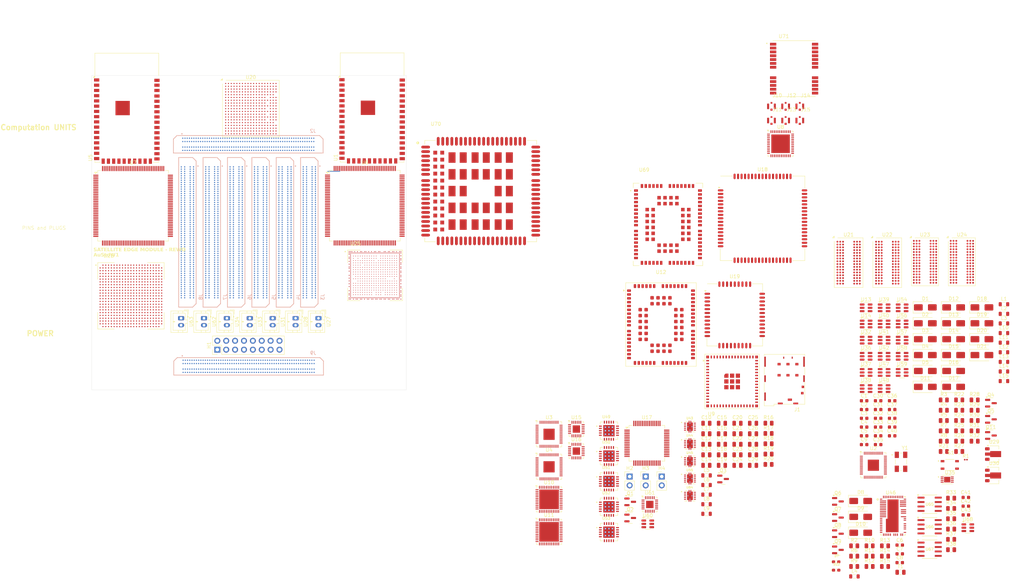
<source format=kicad_pcb>
(kicad_pcb (version 20241229) (generator "pcbnew") (generator_version "9.0")
  (layers (0 "F.Cu" signal) (4 "In1.Cu" signal) (6 "In2.Cu" signal) (8 "In3.Cu" signal) (10 "In4.Cu" signal) (2 "B.Cu" signal) (13 "F.Paste" user) (15 "B.Paste" user) (5 "F.SilkS" user "F.Silkscreen") (7 "B.SilkS" user "B.Silkscreen") (1 "F.Mask" user) (3 "B.Mask" user) (25 "Edge.Cuts" user))
  (net 0 "")
  (net 1 "12V")
  (net 2 "GNDPWR")
  (net 3 "GND")
  (net 4 "Net-(C3-Pad1)")
  (net 5 "3.7VRAW")
  (net 6 "6V")
  (net 7 "Net-(D8-K)")
  (net 8 "/Energy/SOLAR/SW2_LT")
  (net 9 "/Energy/SOLAR/BOOST2_LT")
  (net 10 "/Energy/SOLAR/BOOST1_LT")
  (net 11 "/Energy/SOLAR/SW1_LT")
  (net 12 "3.3V")
  (net 13 "Net-(U64-EN)")
  (net 14 "Net-(U43-EN)")
  (net 15 "Net-(U44-EN)")
  (net 16 "Net-(Q3-D)")
  (net 17 "Net-(U45-EN)")
  (net 18 "Net-(U55-EN)")
  (net 19 "Net-(D1-A)")
  (net 20 "/Energy/SOLAR/SOLAR_RAW")
  (net 21 "Net-(D2-A)")
  (net 22 "Net-(D3-A)")
  (net 23 "ControlLoading")
  (net 24 "Net-(D4-A)")
  (net 25 "Net-(D5-A)")
  (net 26 "SOLAR")
  (net 27 "/Energy/SOLAR/GATEVCC_LT8490")
  (net 28 "V_BAT")
  (net 29 "Net-(D11-K)")
  (net 30 "Net-(D12-K)")
  (net 31 "Net-(D12-A)")
  (net 32 "Net-(D13-K)")
  (net 33 "3.3VSTARTUP")
  (net 34 "2.5V")
  (net 35 "SOLAR_RAW")
  (net 36 "5V")
  (net 38 "Net-(Q1-D)")
  (net 39 "Net-(Q2-D)")
  (net 49 "Net-(U64-L1)")
  (net 50 "Net-(U64-L2)")
  (net 51 "Net-(U43-L1)")
  (net 52 "Net-(U43-L2)")
  (net 53 "Net-(U44-L1)")
  (net 54 "Net-(U44-L2)")
  (net 55 "Net-(U45-L2)")
  (net 56 "Net-(U45-L1)")
  (net 57 "Net-(U55-L1)")
  (net 58 "Net-(U55-L2)")
  (net 59 "Net-(U65-OUT)")
  (net 60 "Net-(U67-OUT)")
  (net 61 "FULL_PERFORMANCE")
  (net 62 "Net-(Q5-D)")
  (net 63 "Net-(Q6-D)")
  (net 64 "/Energy/SOLAR/TG1_LT")
  (net 65 "/Energy/SOLAR/BG1_LT")
  (net 66 "/Energy/SOLAR/CSP_LT")
  (net 67 "/Energy/SOLAR/CSPOUT_LT")
  (net 68 "/Energy/SOLAR/TG2_LT")
  (net 69 "/Energy/SOLAR/BG2_LT")
  (net 70 "Net-(U32-Vin+)")
  (net 71 "Net-(U47-FB)")
  (net 72 "Net-(U32-Vin-)")
  (net 73 "Net-(U46-TEMPSENSE)")
  (net 74 "/Energy/SOLAR/AVDD_LT8490")
  (net 75 "Net-(U54-FB)")
  (net 82 "Net-(U1-GND-Pad1)")
  (net 126 "Net-(U2-IOVDD-Pad1)")
  (net 131 "WIRE_ALIVE_MCU1")
  (net 136 "SCL_1_ADC_AKKU")
  (net 145 "SDA_1_ADC_AKKU")
  (net 156 "16MHz-XOUT")
  (net 157 "16MHz-XIN")
  (net 163 "Net-(U3-DVDD-Pad23)")
  (net 170 "Net-(U3-IOVDD-Pad1)")
  (net 212 "Net-(U4-IOVDD-Pad1)")
  (net 240 "Net-(U4-DVDD-Pad23)")
  (net 269 "Net-(U5-GND-Pad1)")
  (net 309 "Net-(U6-VSS-Pad107)")
  (net 333 "Net-(U6-VSSSMPS)")
  (net 343 "Net-(U6-VSSA)")
  (net 574 "Net-(U8-VDDA3P3-Pad3)")
  (net 594 "Net-(U8-VDDA-Pad1)")
  (net 616 "Net-(U9-GND-Pad1)")
  (net 660 "Net-(U10-PA0)")
  (net 687 "Net-(U10-PA1)")
  (net 753 "Net-(U12-GND-Pad100)")
  (net 768 "Net-(U12-VBAT_RF-Pad52)")
  (net 805 "Net-(U12-VBAT_BB-Pad32)")
  (net 879 "Net-(U17-VSS-Pad18)")
  (net 880 "Net-(U17-PB3)")
  (net 888 "/Utility/WATER_SDA")
  (net 890 "/Utility/WATER_SCL")
  (net 896 "Net-(U17-PB5)")
  (net 899 "/Utility/DATAM_TEMP_SDA")
  (net 901 "Net-(U17-PB9)")
  (net 906 "/Utility/DATAM_TEMP_SCL")
  (net 910 "Net-(U17-PB8)")
  (net 930 "WATER+")
  (net 931 "WATER-")
  (net 934 "Net-(U18-GND-Pad17)")
  (net 938 "Net-(U18-VBAT-Pad55)")
  (net 988 "Net-(U19-GND-Pad13)")
  (net 997 "Net-(U19-VBAT-Pad34)")
  (net 1018 "Net-(U20-VSS-PadA1)")
  (net 1019 "Net-(U20-VSS_DSI-PadC12)")
  (net 1030 "Net-(U20-VSSA-PadN4)")
  (net 1052 "Net-(U20-VSS_USBHS-PadU13)")
  (net 1223 "Net-(U21-V_{DDQ}-PadA1)")
  (net 1224 "Net-(U21-V_{SSQ}-PadA2)")
  (net 1231 "Net-(U21-V_{SS}-PadB2)")
  (net 1234 "Net-(U21-V_{DD}-PadB3)")
  (net 1247 "Net-(U21-V_{PP}-PadB1)")
  (net 1283 "Net-(U22-V_{DDQ}-PadA1)")
  (net 1289 "Net-(U22-V_{SSQ}-PadA2)")
  (net 1292 "Net-(U22-V_{SS}-PadB2)")
  (net 1298 "Net-(U22-V_{DD}-PadB3)")
  (net 1319 "Net-(U22-V_{PP}-PadB1)")
  (net 1343 "Net-(U23-V_{SS}-PadA9)")
  (net 1357 "Net-(U23-V_{SSQ}-PadB1)")
  (net 1360 "Net-(U23-V_{DD}-PadB2)")
  (net 1380 "Net-(U23-V_{DDQ}-PadA1)")
  (net 1405 "Net-(U24-V_{SS}-PadA9)")
  (net 1408 "Net-(U24-V_{SSQ}-PadB1)")
  (net 1433 "Net-(U24-V_{DD}-PadB2)")
  (net 1438 "Net-(U24-V_{DDQ}-PadA1)")
  (net 2029 "Net-(U26K-VSS2-PadF12)")
  (net 2032 "Net-(U26L-VSS8-PadR11)")
  (net 2034 "Net-(U26K-VSS3-PadK12)")
  (net 2042 "Net-(U26J-VDD_STBY-PadH12)")
  (net 2047 "Net-(U26L-VSS7-PadV10)")
  (net 2050 "Net-(U26K-VSS5-PadAB10)")
  (net 2056 "Net-(U26J-VDD2-PadM15)")
  (net 2059 "Net-(U26J-VDD_IO_DDR0_1-PadD4)")
  (net 2061 "Net-(U26K-VSS4-PadAC22)")
  (net 2062 "Net-(U26K-VSS6-PadAA11)")
  (net 2068 "Net-(U26J-VDD1-PadJ10)")
  (net 2069 "Net-(U26J-VDD_IO_B-PadH10)")
  (net 2074 "Net-(U26J-VDD_IO_PCIE0-PadT16)")
  (net 2077 "Net-(U26K-VSS1-PadA2)")
  (net 2078 "Net-(U26J-VDD_VP_PCIE1-PadT15)")
  (net 2086 "Net-(U26J-VDD_IO_AUR-PadT11)")
  (net 2088 "Net-(U26J-VDD_IO_A-PadT8)")
  (net 2092 "Net-(U26J-VDD_IO_PCIE1-PadT17)")
  (net 2103 "Net-(U26J-VDD_IO_GMAC1-PadP17)")
  (net 2114 "Net-(U26L-VSS_ADC-PadA18)")
  (net 2118 "Net-(U26L-VSS_FXOSC-PadA16)")
  (net 2206 "Net-(U26J-VDD_VP_PCIE0-PadT14)")
  (net 2413 "Net-(U66-OUT)")
  (net 2414 "-3.3V")
  (net 2415 "Net-(U68-EN)")
  (net 2455 "Net-(Q4-D)")
  (net 2456 "-3.7VRAW")
  (net 2464 "2V")
  (net 2465 "4.2V")
  (net 2466 "7.4V")
  (net 2467 "9V")
  (net 2468 "18V")
  (net 2469 "24V")
  (net 2470 "Net-(D16-A)")
  (net 2471 "Net-(D17-A)")
  (net 2472 "Net-(D18-A)")
  (net 2473 "Net-(D19-A)")
  (net 2474 "Net-(D20-A)")
  (net 2475 "Net-(D21-A)")
  (net 2476 "Net-(U13-FB)")
  (net 2477 "Net-(U14-FB)")
  (net 2478 "Net-(U48-FB)")
  (net 2479 "Net-(U57-FB)")
  (net 2480 "Net-(U58-FB)")
  (net 2481 "Net-(U59-FB)")
  (net 3377 "Net-(U46-FAULT)")
  (net 3378 "Net-(D22-PadC)")
  (net 4339 "Net-(D7-PadC)")
  (net 4374 "/Utility/THERMAL_LINE")
  (net 4375 "/Utility/COOLER_LINE")
  (net 4376 "Net-(U65--IN)")
  (net 4377 "-5V")
  (net 4378 "Net-(U66--IN)")
  (net 4379 "Net-(U67--IN)")
  (net 4446 "/Utility/DATA2_TEMP_SCL")
  (net 4447 "/Utility/DATA2_TEMP_SDA")
  (net 4451 "/Utility/DATA3_TEMP_SCL")
  (net 4456 "/Utility/DATA3_TEMP_SDA")
  (net 4460 "/Utility/DATA4_TEMP_SDA")
  (net 4467 "/Utility/DATA4_TEMP_SCL")
  (net 4472 "/Utility/DATA5_TEMP_SDA")
  (net 4483 "/Utility/DATA5_TEMP_SCL")
  (net 4485 "/Utility/DATA1_TEMP_SCL")
  (net 4494 "/Utility/DATA1_TEMP_SDA")
  (net 4506 "Net-(U69-RESERVED-Pad11)")
  (net 4514 "Net-(U69-VBAT_BB-Pad32)")
  (net 4516 "Net-(U69-VBAT_RF-Pad52)")
  (net 4561 "Net-(U70-RSVD-Pad113)")
  (net 4567 "Net-(U70-VBAT_BB-Pad59)")
  (net 4600 "Net-(U70-VBAT_RF-Pad57)")
  (net 4636 "Net-(U71-GND-Pad10)")
  (net 4658 "Net-(J10-Pad2)")
  (net 4659 "Net-(J11-Pad2)")
  (net 4661 "Net-(J12-Pad2)")
  (net 4663 "Net-(J13-Pad2)")
  (net 4665 "Net-(J14-Pad2)")
  (net 4667 "Net-(J15-Pad2)")
  (footprint "Connector_JAE:JAE_SIM_Card_SF72S006" (layer "F.Cu") (at 279.6475 135.11)
    (property "Reference" "J1")
    (property "Value" "JAE_SIM_Card_SF72S006")
  )
  (footprint "Package_DFN_QFN:QFN-48-1EP_7x7mm_P0.5mm_EP5.3x5.3mm" (layer "F.Cu") (at 277.5275 69.55)
    (property "Reference" "U8")
    (property "Value" "ESP32-PICO-V3")
  )
  (footprint "Capacitor_SMD:C_0805_2012Metric" (layer "F.Cu") (at 265.2075 149.58)
    (property "Reference" "C20")
    (property "Value" "10 muF")
  )
  (footprint "NEO-M9N-00B:XCVR_NEO-M9N-00B" (layer "F.Cu") (at 281.4025 48.05)
    (property "Reference" "U71")
    (property "Value" "NEO-M9N-00B")
  )
  (footprint "Capacitor_SMD:C_0805_2012Metric" (layer "F.Cu") (at 269.6575 158.61)
    (property "Reference" "C28")
    (property "Value" "10 muF")
  )
  (footprint "Package_DFN_QFN:Texas_RGE0024C_VQFN-24-1EP_4x4mm_P0.5mm_EP2.1x2.1mm" (layer "F.Cu") (at 219.1175 157.54)
    (property "Reference" "U16")
    (property "Value" "TCA9548AMRGER")
  )
  (footprint "CONMHF4-SMD-G-T:TE_CONMHF4-SMD-G-T" (layer "F.Cu") (at 283.0275 58.85)
    (property "Reference" "J14")
    (property "Value" "CONMHF4-SMD-G-T")
  )
  (footprint "Diode_SMD:D_SMA" (layer "F.Cu") (at 327.0375 139.15)
    (property "Reference" "D17")
    (property "Value" "SS14")
  )
  (footprint "Inductor_SMD:L_0805_2012Metric" (layer "F.Cu") (at 298.6575 193.42)
    (property "Reference" "L4")
    (property "Value" "15-22 µH 10A+")
  )
  (footprint "Resistor_SMD:R_0805_2012Metric" (layer "F.Cu") (at 326.3175 176.92)
    (property "Reference" "R35")
    (property "Value" "0805 Resistor 10k")
  )
  (footprint "Diode_SMD:D_SMA" (layer "F.Cu") (at 327.0375 120.95)
    (property "Reference" "D13")
    (property "Value" "SS14")
  )
  (footprint "Capacitor_SMD:C_0603_1608Metric" (layer "F.Cu") (at 301.4275 155.68)
    (property "Reference" "C9")
    (property "Value" "10 µF - 22µF")
  )
  (footprint "Package_TO_SOT_SMD:SOT-23-6" (layer "F.Cu") (at 312.2975 116.525)
    (property "Reference" "U54")
    (property "Value" "MT3608")
  )
  (footprint "Package_DFN_QFN:QFN-56-1EP_7x7mm_P0.4mm_EP3.2x3.2mm" (layer "F.Cu") (at 211.3075 162.04)
    (property "Reference" "U4")
    (property "Value" "RP2040")
  )
  (footprint "MCP9600-E_MX:QFN65P500X500X100-21N_MCP9600-E_MX" (layer "F.Cu") (at 228.4325 158.965)
    (property "Reference" "U50")
    (property "Value" "MCP9600-E_MX")
  )
  (footprint "Package_QFP:LQFP-144_20x20mm_P0.5mm" (layer "F.Cu") (at 158.59926 87.286466)
    (property "Reference" "U6")
    (property "Value" "STM32U5A9ZJTxQ")
  )
  (footprint "Diode_SMD:D_SMA" (layer "F.Cu") (at 300.4525 171.82)
    (property "Reference" "D8")
    (property "Value" "SS14")
  )
  (footprint "Package_TO_SOT_SMD:SOT-23" (layer "F.Cu") (at 234.5175 172.065)
    (property "Reference" "Q1")
    (property "Value" "AO3400A")
  )
  (footprint "Connector_PinHeader_2.54mm:PinHeader_1x02_P2.54mm_Vertical" (layer "F.Cu") (at 238.9475 164.82)
    (property "Reference" "H3")
    (property "Value" "Cooler")
  )
  (footprint "Resistor_SMD:R_0805_2012Metric" (layer "F.Cu") (at 333.0375 142.9)
    (property "Reference" "R28")
    (property "Value" "0805 Resistor 10 k")
  )
  (footprint "Diode_SMD:D_SMA" (layer "F.Cu") (at 300.4525 180.92)
    (property "Reference" "D10")
    (property "Value" "SS14")
  )
  (footprint "Capacitor_SMD:C_0603_1608Metric" (layer "F.Cu") (at 309.4475 150.66)
    (property "Reference" "C39")
    (property "Value" "10 µF - 22µF")
  )
  (footprint "Resistor_SMD:R_0805_2012Metric" (layer "F.Cu") (at 328.6275 157.65)
    (property "Reference" "R27")
    (property "Value" "0805 Resistor 140k")
  )
  (footprint "Diode_SMD:D_SMA" (layer "F.Cu") (at 318.9425 134.6)
    (property "Reference" "D5")
    (property "Value" "SS14")
  )
  (footprint "Package_TO_SOT_SMD:SOT-23-6" (layer "F.Cu") (at 312.2975 130.4)
    (property "Reference" "U58")
    (property "Value" "MT3608")
  )
  (footprint "Resistor_SMD:R_0805_2012Metric" (layer "F.Cu") (at 328.6275 142.9)
    (property "Reference" "R22")
    (property "Value" "0805 Resistor 10 k")
  )
  (footprint "Connector_JST:JST_PH_B2B-PH-K_1x02_P2.00mm_Vertical" (layer "F.Cu") (at 138.8 119.5 -90)
    (property "Reference" "U28")
    (property "Value" "3,7V")
  )
  (footprint "Package_TO_SOT_SMD:SOT-23-6" (layer "F.Cu") (at 307.1475 139.65)
    (property "Reference" "U48")
    (property "Value" "MT3608")
  )
  (footprint "Capacitor_SMD:C_0603_1608Metric" (layer "F.Cu") (at 311.6175 186.96)
    (property "Reference" "C7")
    (property "Value" "22-47 µF, 50V")
  )
  (footprint "S32G274AABK0VUCT:IC_S32G274AABK0VUCT" (layer "F.Cu") (at 91.7 113.1)
    (property "Reference" "U26")
    (property "Value" "S32G274AABK0VUCT")
  )
  (footprint "Capacitor_SMD:C_0603_1608Metric" (layer "F.Cu") (at 330.5275 170.8)
    (property "Reference" "C41")
    (property "Value" "15 µF")
  )
  (footprint "Package_TO_SOT_SMD:SOT-23" (layer "F.Cu") (at 293.9275 171.945)
    (property "Reference" "Q6")
    (property "Value" "AO3400A")
  )
  (footprint "Package_TO_SOT_SMD:SOT-89-3" (layer "F.Cu") (at 338.6175 164.52)
    (property "Reference" "U30")
    (property "Value" "MCP1700T-2502E/MB")
  )
  (footprint "Resistor_SMD:R_0805_2012Metric" (layer "F.Cu") (at 324.2175 154.7)
    (property "Reference" "R8")
    (property "Value" "0805 Resistor 10 k")
  )
  (footprint "Package_TO_SOT_SMD:SOT-23-6" (layer "F.Cu") (at 301.9975 139.65)
    (property "Reference" "U38")
    (property "Value" "MCP1640C-50I/CHY")
  )
  (footprint "Resistor_SMD:R_0805_2012Metric" (layer "F.Cu") (at 324.2175 145.85)
    (property "Reference" "R4")
    (property "Value" "0805 Resistor 10 k")
  )
  (footprint "Package_TO_SOT_SMD:SOT-23-6" (layer "F.Cu") (at 307.1475 116.525)
    (property "Reference" "U39")
    (property "Value" "MCP1640C-50I/CHY")
  )
  (footprint "CONMHF4-SMD-G-T:TE_CONMHF4-SMD-G-T" (layer "F.Cu") (at 274.9275 62.9)
    (property "Reference" "J11")
    (property "Value" "CONMHF4-SMD-G-T")
  )
  (footprint "Package_TO_SOT_SMD:SOT-23-6" (layer "F.Cu") (at 312.2975 125.775)
    (property "Reference" "U57")
    (property "Value" "MT3608")
  )
  (footprint "Inductor_SMD:L_0805_2012Metric" (layer "F.Cu") (at 256.3575 175.5)
    (property "Reference" "L9")
    (property "Value" "2.2µH")
  )
  (footprint "Package_TO_SOT_SMD:SOT-23" (layer "F.Cu") (at 234.5175 176.69)
    (property "Reference" "Q2")
    (property "Value" "AO3400A")
  )
  (footprint "Resistor_SMD:R_0805_2012Metric" (layer "F.Cu") (at 298.5875 184.67)
    (property "Reference" "R2")
    (property "Value" "0805 Resistor 10 k")
  )
  (footprint "Inductor_SMD:L_0805_2012Metric" (layer "F.Cu") (at 341.4275 137.5)
    (property "Reference" "L15")
    (property "Value" "4.7µH - 22µH")
  )
  (footprint "Inductor_SMD:L_0805_2012Metric" (layer "F.Cu") (at 341.4275 126.5)
    (property "Reference" "L11")
    (property "Value" "4.7µH - 22µH")
  )
  (footprint "Capacitor_SMD:C_0805_2012Metric" (layer "F.Cu") (at 265.2075 152.59)
    (property "Reference" "C21")
    (property "Value" "10 muF")
  )
  (footprint "TPS63000DRCRG4:VREG_V62_16624-01YE" (layer "F.Cu") (at 251.6075 165.4)
    (property "Reference" "U55")
    (property "Value" "TPS63000DRCRG4")
  )
  (footprint "TPS63000DRCRG4:VREG_V62_16624-01YE" (layer "F.Cu") (at 251.6075 155.5)
    (property "Reference" "U44")
    (property "Value" "TPS63000DRCRG4")
  )
  (footprint "Resistor_SMD:R_0805_2012Metric" (layer "F.Cu") (at 274.0875 161.35)
    (property "Reference" "R20")
    (property "Value" "0805 Resistor 100R")
  )
  (footprint "Connector_JST:JST_PH_B2B-PH-K_1x02_P2.00mm_Vertical" (layer "F.Cu") (at 132.25 119.5 -90)
    (property "Reference" "U31")
    (property "Value" "3,7V")
  )
  (footprint "Connector_JST:JST_PH_B2B-PH-K_1x02_P2.00mm_Vertical" (layer "F.Cu") (at 125.7 119.5 -90)
    (property "Reference" "U33")
    (property "Value" "6V-80V")
  )
  (footprint "TPS63000DRCRG4:VREG_V62_16624-01YE" (layer "F.Cu") (at 251.6075 150.55)
    (property "Reference" "U43")
    (property "Value" "TPS63000DRCRG4")
  )
  (footprint "Capacitor_SMD:C_0805_2012Metric" (layer "F.Cu") (at 256.3075 155.6)
    (property "Reference" "C12")
    (property "Value" "10 muF")
  )
  (footprint "ABM3B-16.000MHZ-B2-T:XTAL_ABM3B-16.000MHZ-B2-T" (layer "F.Cu") (at 311.9825 160.61)
    (property "Reference" "Y1")
    (property "Value" "ABM3B-16.000MHZ-B2-T")
  )
  (footprint "Capacitor_SMD:C_0603_1608Metric" (layer "F.Cu") (at 305.4375 153.17)
    (property "Reference" "C34")
    (property "Value" "10 µF - 100 µF")
  )
  (footprint "Capacitor_SMD:C_0805_2012Metric" (layer "F.Cu") (at 260.7575 158.61)
    (property "Reference" "C18")
    (property "Value" "10 muF")
  )
  (footprint "SKRPABE010:SW_SKRPABE010" (layer "F.Cu") (at 325.9305 161.5)
    (property "Reference" "S1")
    (property "Value" "SKRPABE010")
  )
  (footprint "Capacitor_SMD:C_0603_1608Metric" (layer "F.Cu") (at 309.4475 153.17)
    (property "Reference" "C40")
    (property "Value" "10 µF - 100 µF")
  )
  (footprint "Resistor_SMD:R_0805_2012Metric" (layer "F.Cu") (at 333.0375 148.8)
    (property "Reference" "R30")
    (property "Value" "0805 Resistor 10 k")
  )
  (footprint "Resistor_SMD:R_0805_2012Metric" (layer "F.Cu") (at 328.6275 148.8)
    (property "Reference" "R24")
    (property "Value" "0805 Resistor 10 k")
  )
  (footprint "Resistor_SMD:R_0805_2012Metric" (layer "F.Cu") (at 333.0375 154.7)
    (property "Reference" "R32")
    (property "Value" "0805 Resistor 10 k")
  )
  (footprint "Capacitor_SMD:C_0805_2012Metric" (layer "F.Cu") (at 265.2075 161.62)
    (property "Reference" "C24")
    (property "Value" "10 muF")
  )
  (footprint "Package_TO_SOT_SMD:SOT-23" (layer "F.Cu") (at 293.9275 176.57)
    (property "Reference" "Q7")
    (property "Value" "AO3400A")
  )
  (footprint "Resistor_SMD:R_0805_2012Metric" (layer "F.Cu") (at 324.2175 157.65)
    (property "Reference" "R21")
    (property "Value" "0805 Resistor 24k")
  )
  (footprint "Package_QFP:LQFP-144_20x20mm_P0.5mm" (layer "F.Cu") (at 92.321592 87.313452)
    (property "Reference" "U7")
    (property "Value" "STM32U5A9ZJTxQ")
  )
  (footprint "CONMHF4-SMD-G-T:TE_CONMHF4-SMD-G-T" (layer "F.Cu") (at 283.0275 62.9)
    (property "Reference" "J15")
    (property "Value" "CONMHF4-SMD-G-T")
  )
  (footprint "Package_TO_SOT_SMD:SOT-23-6" (layer "F.Cu") (at 312.2975 135.025)
    (property "Reference" "U59")
    (property "Value" "MT3608")
  )
  (footprint "MCP9600-E_MX:QFN65P500X500X100-21N_MCP9600-E_MX" (layer "F.Cu") (at 228.4325 166.225)
    (property "Reference" "U51")
    (property "Value" "MCP9600-E_MX")
  )
  (footprint "Package_TO_SOT_SMD:SOT-23-6" (layer "F.Cu") (at 307.1475 135.025)
    (property "Reference" "U47")
    (property "Value" "MT3608")
  )
  (footprint "597-3326-607F:LEDSC160X80X70L45N" (layer "F.Cu") (at 293.433 189.24)
    (property "Reference" "D7")
    (property "Value" "598-8070-107F Green")
  )
  (footprint "Resistor_SMD:R_0805_2012Metric" (layer "F.Cu") (at 298.5875 190.57)
    (property "Reference" "R9")
    (property "Value" "0805 Resistor 4.7 kΩ")
  )
  (footprint "Capacitor_SMD:C_0805_2012Metric" (layer "F.Cu") (at 311.8375 192.23)
    (property "Reference" "T1")
    (property "Value" "10 kΩ NTC")
  )
  (footprint "Package_TO_SOT_SMD:SOT-23-6" (layer "F.Cu") (at 307.1475 130.4)
    (property "Reference" "U42")
    (property "Value" "MCP1640C-50I/CHY")
  )
  (footprint "Capacitor_SMD:C_0805_2012Metric" (layer "F.Cu") (at 260.7575 152.59)
    (property "Reference" "C16")
    (property "Value" "10 muF")
  )
  (footprint "Resistor_SMD:R_0805_2012Metric" (layer "F.Cu") (at 302.9975 190.57)
    (property "Reference" "R12")
    (property "Value" "0805 Resistor 10k")
  )
  (footprint "SON50P200X300X100-9N:SON50P200X300X100-9N" (layer "F.Cu") (at 325.1975 165.7)
    (property "Reference" "U35")
    (property "Value" "~")
  )
  (footprint "Capacitor_SMD:C_0603_1608Metric" (layer "F.Cu") (at 330.5275 173.31)
    (property "Reference" "C42")
    (property "Value" "15 µF")
  )
  (footprint "Capacitor_SMD:C_0805_2012Metric" (layer "F.Cu") (at 256.3075 149.58)
    (property "Reference" "C10")
    (property "Value" "10 muF")
  )
  (footprint "Resistor_SMD:R_0805_2012Metric" (layer "F.Cu") (at 328.6275 154.7)
    (property "Reference" "R26")
    (property "Value" "0805 Resistor 10 k")
  )
  (footprint "Capacitor_SMD:C_0603_1608Metric" (layer "F.Cu") (at 311.6175 189.47)
    (property "Reference" "C8")
    (property "Value" "22-47 µF, 50V")
  )
  (footprint "Connector_JST:JST_PH_B2B-PH-K_1x02_P2.00mm_Vertical" (layer "F.Cu") (at 145.35 119.5 -90)
    (property "Reference" "U27")
    (property "Value" "3,7V")
  )
  (footprint "Package_TO_SOT_SMD:SOT-23" (layer "F.Cu") (at 337.6975 143.825)
    (property "Reference" "Q4")
    (property "Value" "AO3400A")
  )
  (footprint "Resistor_SMD:R_0805_2012Metric" (layer "F.Cu") (at 326.3175 185.77)
    (property "Reference" "R38")
    (property "Value" "0805 Resistor 10k")
  )
  (footprint "Capacitor_SMD:C_0805_2012Metric" (layer "F.Cu") (at 269.6575 152.59)
    (property "Reference" "C26")
    (property "Value" "10 muF")
  )
  (footprint "TPS63000DRCRG4:VREG_V62_16624-01YE" (layer "F.Cu") (at 251.6075 160.45)
    (property "Reference" "U45")
    (property "Value" "TPS63000DRCRG4")
  )
  (footprint "Package_TO_SOT_SMD:SOT-23" (layer "F.Cu") (at 293.9275 185.82)
    (property "Reference" "Q9")
    (property "Value" "AO3400A")
  )
  (footprint "Package_DFN_QFN:QFN-48-1EP_7x7mm_P0.5mm_EP5.6x5.6mm" (layer "F.Cu") (at 211.3075 180.66)
    (property "Reference" "U11")
    (property "Value" "STM32WB15CCUxE")
  )
  (footprint "Connector_PinHeader_2.54mm:PinHeader_1x02_P2.54mm_Vertical" (layer "F.Cu") (at 234.3575 164.82)
    (property "Reference" "H2")
    (property "Value" "Heater")
  )
  (footprint "RF_GSM:SIMCom_SIM900" (layer "F.Cu") (at 272.3775 90.9)
    (property "Reference" "U18")
    (property "Value" "SIM900")
  )
  (footprint "RK3566:IC_RK3566" (layer "F.Cu") (at 161.525 107.225)
    (property "Reference" "U25")
    (property "Value" "RK3566")
  )
  (footprint "Diode_SMD:D_SMA" (layer "F.Cu") (at 318.9425 130.05)
    (property "Reference" "D4")
    (property "Value" "SS34")
  )
  (footprint "Inductor_SMD:L_0805_2012Metric" (layer "F.Cu") (at 341.4275 123.75)
    (property "Reference" "L10")
    (property "Value" "4.7µH - 22µH")
  )
  (footprint "Capacitor_SMD:C_0603_1608Metric" (layer "F.Cu") (at 309.4475 145.64)
    (property "Reference" "C37")
    (property "Value" "10 µF - 22µF")
  )
  (footprint "Capacitor_SMD:C_0603_1608Metric" (layer "F.Cu") (at 305.4375 148.15)
    (property "Reference" "C32")
    (property "Value" "10 µF - 100 µF")
  )
  (footprint "Diode_SMD:D_SMA" (layer "F.Cu") (at 335.1325 116.4)
    (property "Reference" "D18")
    (property "Value" "SS14")
  )
  (footprint "TPS63000DRCRG4:VREG_V62_16624-01YE" (layer "F.Cu") (at 251.6075 170.35)
    (property "Reference" "U64")
    (property "Value" "TPS63000DRCRG4")
  )
  (footprint "Inductor_SMD:L_0805_2012Metric" (layer "F.Cu") (at 341.4275 134.75)
    (property "Reference" "L14")
    (property "Value" "4.7µH - 22µH")
  )
  (footprint "Inductor_SMD:L_0805_2012Metric" (layer "F.Cu") (at 256.3575 167.25)
    (property "Reference" "L6")
    (property "Value" "2.2µH")
  )
  (footprint "Resistor_SMD:R_0805_2012Metric" (layer "F.Cu") (at 326.3175 171.02)
    (property "Reference" "R33")
    (property "Value" "0805 Resistor 10k")
  )
  (footprint "Package_QFP:LQFP-64_10x10mm_P0.5mm" (layer "F.Cu") (at 239.2875 155.3)
    (property "Reference" "U17")
    (property "Value" "STM32U595 oder STM32U5A5")
  )
  (footprint "Inductor_SMD:L_0805_2012Metric" (layer "F.Cu") (at 256.3575 170)
    (property "Reference" "L7")
    (property "Value" "2.2µH")
  )
  (footprint "Inductor_SMD:L_0805_2012Metric" (layer "F.Cu") (at 256.3575 164.5)
    (property "Reference" "L5")
    (property "Value" "2.2µH")
  )
  (footprint "Resistor_SMD:R_0805_2012Metric" (layer "F.Cu") (at 307.4075 187.62)
    (property "Reference" "R14")
    (property "Value" "0805 Resistor 0.008 Ω")
  )
  (footprint "Resistor_SMD:R_0805_2012Metric" (layer "F.Cu") (at 326.3175 182.82)
    (property "Reference" "R37")
    (property "Value" "0805 Resistor 10k")
  )
  (footprint "Diode_SMD:D_SMA" (layer "F.Cu") (at 335.1325 130.05)
    (property "Reference" "D21")
    (property "Value" "SS14")
  )
  (footprint "597-3326-607F:LEDSC160X80X70L45N" (layer "F.Cu") (at 293.433 191.63)
    (property "Reference" "D22")
    (property "Value" "598-8010-107F Red")
  )
  (footprint "Package_TO_SOT_SMD:SOT-23-6" (layer "F.Cu") (at 307.1475 125.775)
    (property "Reference" "U41")
    (property "Value" "MCP1640C-50I/CHY")
  )
  (footprint "Capacitor_SMD:C_0805_2012Metric" (layer "F.Cu") (at 265.2075 155.6)
    (property "Reference" "C22")
    (property "Value" "10 muF")
  )
  (footprint "LT8490EUKJ_PBF:QFN50P700X1100X80-65N" (layer "F.Cu") (at 309.696106 176.07)
    (property "Reference" "U46")
    (property "Value" "LT8490EUKJ_PBF or LT8490I...")
  )
  (footprint "BG95M2LATEA64SGNS:XCVR_BG95M2LATEA64SGNS" (layer "F.Cu") (at 245.3275 92.65)
    (property "Reference" "U69")
    (property "Value" "BG95M2LATEA64SGNS")
  )
  (footprint "Resistor_SMD:R_0805_2012Metric" (layer "F.Cu") (at 328.6275 151.75)
    (property "Reference" "R25")
    (property "Value" "0805 Resistor 110k")
  )
  (footprint "Package_TO_SOT_SMD:SOT-23-6" (layer "F.Cu") (at 301.9975 116.525)
    (property "Reference" "U13")
    (property "Value" "MT3608")
  )
  (footprint "Package_TO_SOT_SMD:SOT-23-6" (layer "F.Cu") (at 301.9975 135.025)
    (property "Reference" "U37")
    (property "Value" "MCP1640C-50I/CHY")
  )
  (footprint "Resistor_SMD:R_0805_2012Metric" (layer "F.Cu") (at 333.0375 151.75)
    (property "Reference" "R31")
    (property "Value" "0805 Resistor 390k")
  )
  (footprint "Connector_JST:JST_PH_B2B-PH-K_1x02_P2.00mm_Vertical" (layer "F.Cu") (at 106.05 119.5 -90)
    (property "Reference" "U63")
    (property "Value" "3,7V")
  )
  (footprint "Capacitor_SMD:C_0603_1608Metric" (layer "F.Cu") (at 305.4375 155.68)
    (property "Reference" "C35")
    (property "Value" "10 µF - 22µF")
  )
  (footprint "Package_BGA:Micron_FBGA-96_8x14mm_Layout9x16_P0.8mm" (layer "F.Cu") (at 308.0475 103.6)
    (property "Reference" "U22")
    (property "Value" "MT40A512M16JY")
  )
  (footprint "Inductor_SMD:L_0805_2012Metric" (layer "F.Cu") (at 256.3575 172.75)
    (property "Reference" "L8")
    (property "Value" "2.2µH")
  )
  (footprint "Capacitor_SMD:C_0805_2012Metric" (layer "F.Cu") (at 256.3075 158.61)
    (property "Reference" "C13")
    (property "Value" "10 muF")
  )
  (footprint "MCP9600-E_MX:QFN65P500X500X100-21N_MCP9600-E_MX" (layer "F.Cu") (at 228.4325 180.745)
    (property "Reference" "U53")
    (property "Value" "MCP9600-E_MX")
  )
  (footprint "Capacitor_SMD:C_0805_2012Metric" (layer "F.Cu") (at 265.2075 158.61)
    (property "Reference" "C23")
    (property "Value" "10 muF")
  )
  (footprint "Package_BGA:Micron_FBGA-96_8x14mm_Layout9x16_P0.8mm" (layer "F.Cu") (at 296.9975 103.6)
    (property "Reference" "U21")
    (property "Value" "MT40A512M16JY")
  )
  (footprint "EC25EFA512STD:XCVR_EC25EFA512STD" (layer "F.Cu") (at 191.75 83.1)
    (property "Reference" "U70")
    (property "Value" "EC25EFA512STD")
  )
  (footprint "Resistor_SMD:R_0805_2012Metric" (layer "F.Cu") (at 302.9975 187.62)
    (property "Reference" "R11")
    (property "Value" "0805 Resistor 4.7 kΩ")
  )
  (footprint "Capacitor_SMD:C_0603_1608Metric" (layer "F.Cu") (at 301.4275 148.15)
    (property "Reference" "C3")
    (property "Value" "10 µF - 100 µF")
  )
  (footprint "Diode_SMD:D_SMA" (layer "F.Cu") (at 327.0375 116.4)
    (property "Reference" "D12")
    (property "Value" "SS34")
  )
  (footprint "Diode_SMD:D_SMA" (layer "F.Cu") (at 300.4525 176.37)
    (property "Reference" "D9")
    (property "Value" "SS14")
  )
  (footprint "CONMHF4-SMD-G-T:TE_CONMHF4-SMD-G-T" (layer "F.Cu") (at 278.9775 58.85)
    (property "Reference" "J12")
    (property "Value" "CONMHF4-SMD-G-T")
  )
  (footprint "Resistor_SMD:R_0805_2012Metric" (layer "F.Cu") (at 324.2175 142.9)
    (property "Reference" "R3")
    (property "Value" "0805 Resistor 190k")
  )
  (footprint "Resistor_SMD:R_0805_2012Metric" (layer "F.Cu") (at 274.0875 152.5)
    (property "Reference" "R17")
    (property "Value" "0805 Resistor 100R")
  )
  (footprint "Package_TO_SOT_SMD:SOT-23-6" (layer "F.Cu") (at 307.1475 121.15)
    (property "Reference" "U40")
    (property "Value" "MCP1640C-50I/CHY")
  )
  (footprint "Resistor_SMD:R_0805_2012Metric" (layer "F.Cu") (at 326.3175 179.87)
    (property "Reference" "R36")
    (property "Value" "0805 Resistor 10k")
  )
  (footprint "RF_GSM:Quectel_BG95" (layer "F.Cu") (at 243.3275 121.3)
    (property "Reference" "U12")
    (property "Value" "BG95-MF")
  )
  (footprint "Inductor_SMD:L_0805_2012Metric" (layer "F.Cu") (at 341.4275 129.25)
    (property "Reference" "L12")
    (property "Value" "4.7µH - 22µH")
  )
  (footprint "LT1077S8_TRPBF:SO-8_S" (layer "F.Cu") (at 320.1669 185.634)
    (property "Reference" "U67")
    (property "Value" "LT1077S8_TRPBF")
  )
  (footprint "Resistor_SMD:R_0805_2012Metric" (layer "F.Cu") (at 307.4075 190.57)
    (property "Reference" "R15")
    (property "Value" "0805 Resistor 10 k")
  )
  (footprint "Resistor_SMD:R_0805_2012Metric" (layer "F.Cu") (at 298.5875 187.62)
    (property "Reference" "R6")
    (property "Value" "0805 Resistor 10 k")
  )
  (footprint "Resistor_SMD:R_0805_2012Metric" (layer "F.Cu") (at 326.3175 173.97)
    (property "Reference" "R34")
    (property "Value" "0805 Resistor 10k")
  )
  (footprint "Package_TO_SOT_SMD:SOT-23-6" (layer "F.Cu") (at 301.9975 121.15)
    (property "Reference" "U14")
    (property "Value" "MT3608")
  )
  (footprint "Resistor_SMD:R_0805_2012Metric" (layer "F.Cu") (at 324.2175 151.75)
    (property "Reference" "R7")
    (property "Value" "0805 Resistor 90k")
  )
  (footprint "Inductor_SMD:L_0805_2012Metric" (layer "F.Cu") (at 341.4275 132)
    (property "Reference" "L13")
    (property "Value" "4.7µH - 22µH")
  )
  (footprint "Package_BGA:Micron_FBGA-96_7.5x13.5mm_Layout9x16_P0.8mm" (layer "F.Cu") (at 318.8475 103.35)
    (property "Reference" "U23")
    (property "Value" "MT41K256M16LY")
  )
  (footprint "RF_GSM:SIMCom_SIM800C" (layer "F.Cu") (at 264.4275 118.55)
    (property "Reference" "U19")
    (property "Value" "SIM7020C")
  )
  (footprint "Capacitor_SMD:C_0805_2012Metric" (layer "F.Cu") (at 256.3075 152.59)
    (property "Reference" "C11")
    (property "Value" "10 muF")
  )
  (footprint "Resistor_SMD:R_0805_2012Metric" (layer "F.Cu") (at 302.9975 184.67)
    (property "Reference" "R10")
    (property "Value" "0805 Resistor 10kΩ")
  )
  (footprint "Resistor_SMD:R_0201_0603Metric" (layer "F.Cu") (at 330.5275 160)
    (property "Reference" "R1")
    (property "Value" "0603 Resistor 2.7k")
  )
  (footprint "Capacitor_SMD:C_0603_1608Metric" (layer "F.Cu") (at 301.4275 143.13)
    (property "Reference" "C1")
    (property "Value" "10 µF - 100 µF")
  )
  (footprint "Capacitor_SMD:C_0603_1608Metric" (layer "F.Cu") (at 330.5275 175.82)
    (property "Reference" "C43")
    (property "Value" "15 µF")
  )
  (footprint "LT1077S8_TRPBF:SO-8_S" (layer "F.Cu") (at 320.1669 179.1984)
    (property "Reference" "U66")
    (property "Value" "LT1077S8_TRPBF")
  )
  (footprint "Connector_PinHeader_2.54mm:PinHeader_2x08_P2.54mm_Vertical" (layer "F.Cu") (at 116.42 128.5 90)
    (property "Reference" "H1")
    (property "Value" "~")
  )
  (footprint "Diode_SMD:D_SMA" (layer "F.Cu") (at 327.0375 125.5)
    (property "Reference" "D14")
    (property "Value" "SS14")
  )
  (footprint "Inductor_SMD:L_0805_2012Metric" (layer "F.Cu") (at 341.4275 121)
    (property "Reference" "L3")
    (property "Value" "4.7µH - 22µH")
  )
  (footprint "Inductor_SMD:L_0805_2012Metric" (layer "F.Cu") (at 341.4275 115.5)
    (property "Reference" "L1")
    (property "Value" "4.7µH - 22µH")
  )
  (footprint "Capacitor_SMD:C_0805_2012Metric" (layer "F.Cu") (at 260.7575 149.58)
    (property "Reference" "C15")
    (property "Value" "10 muF")
  )
  (footprint "RF_Module:ESP32-S2-MINI-1U" (layer "F.Cu") (at 263.6735 137.6)
    (property "Reference" "U9")
    (property "Value" "ESP32-S3-MINI-1U")
  )
  (footprint "Diode_SMD:D_SMA" (layer "F.Cu") (at 318.9425 116.4)
    (property "Reference" "D1")
    (property "Value" "SS14")
  )
  (footprint "MCP9600-E_MX:QFN65P500X500X100-21N_MCP9600-E_MX" (layer "F.Cu") (at 228.4325 151.705)
    (property "Reference" "U49")
    (property "Value" "MCP9600-E_MX")
  )
  (footprint "Package_DFN_QFN:QFN-56-1EP_7x7mm_P0.4mm_EP3.2x3.2mm" (layer "F.Cu") (at 211.3075 152.73)
    (property "Reference" "U3")
    (property "Value" "RP2040")
  )
  (footprint "Capacitor_SMD:C_0603_1608Metric" (layer "F.Cu") (at 311.6175 184.45)
    (property "Reference" "C6")
    (property "Value" "22 µF")
  )
  (footprint "LT1077S8_TRPBF:SO-8_S" (layer "F.Cu") (at 320.1669 172.7628)
    (property "Reference" "U65")
    (property "Value" "LT1077S8_TRPBF")
  )
  (footprint "Diode_SMD:D_SMA" (layer "F.Cu") (at 327.0375 134.6)
    (property "Reference" "D16")
    (property "Value" "SS14")
  )
  (footprint "Capacitor_SMD:C_0805_2012Metric" (layer "F.Cu") (at 260.7575 161.62)
    (property "Reference" "C19")
    (property "Value" "10 muF")
  )
  (footprint "Capacitor_SMD:C_0603_1608Metric" (layer "F.Cu") (at 309.4475 143.13)
    (property "Reference" "C36")
    (property "Value" "10 µF - 100 µF")
  )
  (footprint "Package_TO_SOT_SMD:SOT-23" (layer "F.Cu") (at 337.6975 148.45)
    (property "Reference" "Q5")
    (property "Value" "AO3400A")
  )
  (footprint "Capacitor_SMD:C_0603_1608Metric" (layer "F.Cu") (at 301.4275 153.17)
    (property "Reference" "C5")
    (property "Value" "10 µF - 100 µF")
  )
  (footprint "RF_Module:ESP32-S2-WROVER" (layer "F.Cu") (at 160.691464 62.991021)
    (property "Reference" "U1")
    (property "Value" "ESP32-S2-WROVER")
  )
  (footprint "Capacitor_SMD:C_0805_2012Metric" (layer "F.Cu") (at 269.6575 161.62)
    (property "Reference" "C29")
    (property "Value" "10 muF")
  )
  (footprint "Capacitor_SMD:C_0603_1608Metric" (layer "F.Cu") (at 309.4475 148.15)
    (property "Reference" "C38")
    (property "Value" "10 µF - 100 µF")
  )
  (footprint "Package_TO_SOT_SMD:SOT-89-3" (layer "F.Cu") (at 338.6175 158.395)
    (property "Reference" "U29")
    (property "Value" "MCP1700T-2502E/MB")
  )
  (footprint "Diode_SMD:D_SMA" (layer "F.Cu") (at 335.1325 120.95)
    (property "Reference" "D19")
    (property "Value" "SS14")
  )
  (footprint "Capacitor_SMD:C_0603_1608Metric" (layer "F.Cu") (at 305.4375 150.66)
    (property "Reference" "C33")
    (property "Value" "10 µF - 22µF")
  )
  (footprint "MCP9600-E_MX:QFN65P500X500X100-21N_MCP9600-E_MX" (layer "F.Cu") (at 228.4325 173.485)
    (property "Reference" "U52")
    (property "Value" "MCP9600-E_MX")
  )
  (footprint "Capacitor_SMD:C_0805_2012Metric" (layer "F.Cu") (at 269.6575 155.6)
    (property "Reference" "C27")
    (property "Value" "10 muF")
  )
  (footprint "Package_TO_SOT_SMD:SOT-23" (layer "F.Cu") (at 293.9275 181.195)
    (property "Reference" "Q8")
    (property "Value" "AO3400A")
  )
  (footprint "Connector_JST:JST_PH_B2B-PH-K_1x02_P2.00mm_Vertical" (layer "F.Cu") (at 119.15 119.5 -90)
    (property "Reference" "U34")
    (property "Value" "6V-80V")
  )
  (footprint "CONMHF4-SMD-G-T:TE_CONMHF4-SMD-G-T" (layer "F.Cu") (at 278.9775 62.9)
    (property "Reference" "J13")
    (property "Value" "CONMHF4-SMD-G-T")
  )
  (footprint "Resistor_SMD:R_0805_2012Metric" (layer "F.Cu") (at 333.0375 145.85)
    (property "Reference" "R29")
    (property "Value" "0805 Resistor 290k")
  )
  (footprint "Package_TO_SOT_SMD:SOT-23" (layer "F.Cu") (at 261.0875 165.525)
    (property "Reference" "Q3")
    (property "Value" "AO3400A")
  )
  (footprint "Package_TO_SOT_SMD:SOT-23-6" (layer "F.Cu") (at 331.0975 179.475)
    (property "Reference" "U68")
    (property "Value" "MCP1640C-50I/CHY")
  )
  (footprint "Resistor_SMD:R_0805_2012Metric" (layer "F.Cu") (at 328.6275 145.85)
    (property "Reference" "R23")
    (property "Value" "0805 Resistor 60k")
  )
  (footprint "Package_TO_SOT_SMD:SOT-23-6" (layer "F.Cu") (at 239.5475 178.375)
    (property "Reference" "U60")
    (property "Value" "MCP3425A2-0CH")
  )
  (footprint "Diode_SMD:D_SMA" (layer "F.Cu") (at 318.9425 120.95)
    (property "Reference" "D2")
    (property "Value" "SS34")
  )
  (footprint "CONMHF4-SMD-G-T:TE_CONMHF4-SMD-G-T" (layer "F.Cu") (at 274.9275 58.85)
    (property "Reference" "J10")
    (property "Value" "CONMHF4-SMD-G-T")
  )
  (footprint "Capacitor_SMD:C_0805_2012Metric" (layer "F.Cu") (at 256.3075 161.62)
    (property "Reference" "C14")
    (property "Value" "10 muF")
  )
  (footprint "Resistor_SMD:R_0805_2012Metric" (layer "F.Cu") (at 307.4075 184.67)
    (property "Reference" "R13")
    (property "Value" "0805 Resistor 1k")
  )
  (footprint "Resistor_SMD:R_0805_2012Metric" (layer "F.Cu") (at 324.2175 148.8)
    (property "Reference" "R5")
    (property "Value" "0805 Resistor 10k")
  )
  (footprint "Capacitor_SMD:C_0603_1608Metric" (layer "F.Cu") (at 301.4275 145.64)
    (property "Reference" "C2")
    (property "Value" "10 µF - 22µF")
  )
  (footprint "Package_TO_SOT_SMD:SOT-23-6" (layer "F.Cu") (at 312.2975 121.15)
    (property "Reference" "U56")
    (property "Value" "MCP1640C-50I/CHY")
  )
  (footprint "Capacitor_SMD:C_0805_2012Metric" (layer "F.Cu") (at 260.7575 155.6)
    (property "Reference" "C17")
    (property "Value" "10 muF")
  )
  (footprint "RF_Module:ESP32-S2-WROVER" (layer "F.Cu") (at 90.52 63.065)
    (property "Reference" "U5")
    (property "Value" "ESP32-S2-WROVER")
  )
  (footprint "Package_TO_SOT_SMD:SOT-23" (layer "F.Cu") (at 337.6975 153.075)
    (property "Reference" "Q11")
    (property "Value" "IRLML6402")
  )
  (footprint "Package_DFN_QFN:QFN-48-1EP_7x7mm_P0.5mm_EP5.6x5.6mm" (layer "F.Cu") (at 211.3075 171.35)
    (property "Reference" "U10")
    (property "Value" "STM32WB15CCUxE")
  )
  (footprint "Diode_SMD:D_SMA" (layer "F.Cu") (at 327.0375 130.05)
    (property "Reference" "D15")
    (property "Value" "SS3150")
  )
  (footprint "Package_DFN_QFN:QFN-56-1EP_7x7mm_P0.4mm_EP3.2x3.2mm" (layer "F.Cu") (at 304.0775 161.59)
    (property "Reference" "U2")
    (property "Value" "RP2040")
  )
  (footprint "Capacitor_SMD:C_0603_1608Metric" (layer "F.Cu") (at 305.4375 143.13)
    (property "Reference" "C30")
    (property "Value" "10 µF - 100 µF")
  )
  (footprint "Package_BGA:Micron_FBGA-96_7.5x13.5mm_Layout9x16_P0.8mm" (layer "F.Cu") (at 329.3975 103.35)
    (property "Reference" "U24")
    (property "Value" "MT41K256M16LY")
  )
  (footprint "Resistor_SMD:R_0805_2012Metric" (layer "F.Cu") (at 274.0875 158.4)
    (property "Reference" "R19")
    (property "Value" "0805 Resistor 100R")
  )
  (footprint "Inductor_SMD:L_0805_2012Metric" (layer "F.Cu") (at 341.4275 118.25)
    (property "Reference" "L2")
    (property "Value" "4.7µH - 22µH")
  )
  (footprint "Connector_JST:JST_PH_B2B-PH-K_1x02_P2.00mm_Vertical" (layer "F.Cu") (at 112.6 119.5 -90)
    (property "Reference" "U62")
    (property "Value" "3,7V")
  )
  (footprint "Package_DFN_QFN:Texas_RGE0024C_VQFN-24-1EP_4x4mm_P0.5mm_EP2.1x2.1mm" (layer "F.Cu") (at 240.1275 172.82)
    (property "Reference" "U61")
    (property "Value" "TCA9548AMRGER")
  )
  (footprint "Diode_SMD:D_SMA" (layer "F.Cu") (at 318.9425 125.5)
    (property "Reference" "D3")
    (property "Value" "SS34")
  )
  (footprint "Package_TO_SOT_SMD:SOT-23-6" (layer "F.Cu") (at 301.9975 125.775)
    (property "Reference" "U32")
    (property "Value" "MCP3425A2-0CH")
  )
  (footprint "Capacitor_SMD:C_0603_1608Metric" (layer "F.Cu") (at 301.4275 150.66)
    (property "Reference" "C4")
    (property "Value" "10 µF - 22µF")
  )
  (footprint "Package_DFN_QFN:Texas_RGE0024C_VQFN-24-1EP_4x4mm_P0.5mm_EP2.1x2.1mm" (layer "F.Cu") (at 219.1175 151.23)
    (property "Reference" "U15")
    (property "Value" "TCA9548AMRGER")
  )
  (footprint "Capacitor_SMD:C_0603_1608Metric" (layer "F.Cu") (at 305.4375 145.64)
    (property "Reference" "C31")
    (property "Value" "10 µF - 22µF")
  )
  (footprint "Diode_SMD:D_SMA" (layer "F.Cu") (at 318.9425 139.15)
    (property "Reference" "D11")
    (property "Value" "SS34")
  )
  (footprint "Package_BGA:ST_LFBGA-354_16x16mm_Layout19x19_P0.8mm" (layer "F.Cu") (at 126 59.5)
    (property "Reference" "U20")
    (property "Value" "STM32MP157AABx")
  )
  (footprint "Capacitor_SMD:C_0805_2012Metric" (layer "F.Cu") (at 269.6575 149.58)
    (property "Reference" "C25")
    (property "Value" "10 muF")
  )
  (footprint "Diode_SMD:D_SMA" (layer "F.Cu") (at 335.1325 125.5)
    (property "Reference" "D20")
    (property "Value" "SS14")
  )
  (footprint "Resistor_SMD:R_0805_2012Metric" (layer "F.Cu") (at 274.0875 155.45)
    (property "Reference" "R18")
    (property "Value" "0805 Resistor 100R")
  )
  (footprint "Package_TO_SOT_SMD:SOT-23-6" (layer "F.Cu") (at 301.9975 130.4)
    (property "Reference" "U36")
    (property "Value" "MCP1640C-50I/CHY")
  )
  (footprint "Connector_PinHeader_2.54mm:PinHeader_1x02_P2.54mm_Vertical" (layer "F.Cu") (at 243.5375 164.82)
    (property "Reference" "H4")
    (property "Value" "WaterSensor")
  )
  (footprint "Resistor_SMD:R_0805_2012Metric" (layer "F.Cu") (at 274.0875 149.55)
    (property "Reference" "R16")
    (property "Value" "0805 Resistor 100R")
  )
  (footprint "ADM6-60-X-X-4-X-A-X:SAMTEC_ADM6-60-X-X-4-X-A-X" (layer "B.Cu") (at 114.84 94.9125 90)
    (property "Reference" "J7")
    (property "Value" "ADM6-60-X-X-4-X-A-X")
  )
  (footprint "ADM6-60-X-X-4-X-A-X:SAMTEC_ADM6-60-X-X-4-X-A-X" (layer "B.Cu") (at 121.815 94.9125 90)
    (property "Reference" "J6")
    (property "Value" "ADM6-60-X-X-4-X-A-X")
  )
  (footprint "ADM6-60-X-X-4-X-A-X:SAMTEC_ADM6-60-X-X-4-X-A-X" (layer "B.Cu") (at 125.2675 69.71 180)
    (property "Reference" "J2")
    (property "Value" "ADM6-60-X-X-4-X-A-X")
  )
  (footprint "ADM6-60-X-X-4-X-A-X:SAMTEC_ADM6-60-X-X-4-X-A-X" (layer "B.Cu") (at 135.765 94.9125 90)
    (property "Reference" "J4")
    (property "Value" "ADM6-60-X-X-4-X-A-X")
  )
  (footprint "ADM6-60-X-X-4-X-A-X:SAMTEC_ADM6-60-X-X-4-X-A-X" (layer "B.Cu") (at 107.865 94.9125 90)
    (property "Reference" "J8")
    (property "Value" "ADM6-60-X-X-4-X-A-X")
  )
  (footprint "ADM6-60-X-X-4-X-A-X:SAMTEC_ADM6-60-X-X-4-X-A-X" (layer "B.Cu") (at 125.365 133.27 180)
    (property "Reference" "J9")
    (property "Value" "ADM6-60-X-X-4-X-A-X")
  )
  (footprint "ADM6-60-X-X-4-X-A-X:SAMTEC_ADM6-60-X-X-4-X-A-X" (layer "B.Cu") (at 128.79 94.9125 90)
    (property "Reference" "J5")
    (property "Value" "ADM6-60-X-X-4-X-A-X")
  )
  (footprint "ADM6-60-X-X-4-X-A-X:SAMTEC_ADM6-60-X-X-4-X-A-X" (layer "B.Cu") (at 142.74 94.9125 90)
    (property "Reference" "J3")
    (property "Value" "ADM6-60-X-X-4-X-A-X")
  )
  (gr_rect (start 80.5 50) (end 170.5 140) (stroke (width 0.05)) (fill no) (layer "Edge.Cuts"))
  (gr_text "SATELLITE EDGE MODULE - REWO" (at 81 100.5 0) (layer "F.SilkS") (effects (font (size 1 1) (thickness 0.2) (bold yes)) (justify left bottom)))
  (gr_text "POWER" (at 61.75 124.75 0) (layer "F.SilkS") (effects (font (size 1.5 1.5) (thickness 0.3) (bold yes)) (justify left bottom)))
  (gr_text "PINS and PLUGS" (at 60.5 94.25 0) (layer "F.SilkS") (effects (font (size 1 1) (thickness 0.1)) (justify left bottom)))
  (gr_text "AuStdW1" (at 81 102 0) (layer "F.SilkS") (effects (font (size 1 1) (thickness 0.2) (bold yes)) (justify left bottom)))
  (gr_text "Computation UNITS" (at 54.25 65.75 0) (layer "F.SilkS") (effects (font (size 1.5 1.5) (thickness 0.3) (bold yes)) (justify left bottom)))
  (segment (start 151.465 77.45) (end 147.965 77.45) (width 0.2) (layer "B.Cu") (net 3))
)
</source>
